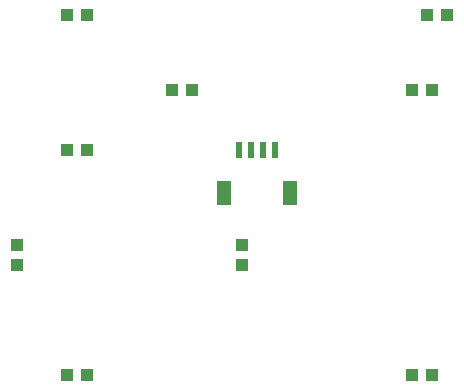
<source format=gbr>
G04 EAGLE Gerber RS-274X export*
G75*
%MOMM*%
%FSLAX34Y34*%
%LPD*%
%INSolderpaste Top*%
%IPPOS*%
%AMOC8*
5,1,8,0,0,1.08239X$1,22.5*%
G01*
%ADD10R,1.100000X1.000000*%
%ADD11R,1.000000X1.100000*%
%ADD12R,1.200000X2.000000*%
%ADD13R,0.600000X1.350000*%


D10*
X143900Y88900D03*
X160900Y88900D03*
D11*
X101600Y182000D03*
X101600Y199000D03*
D10*
X436000Y88900D03*
X453000Y88900D03*
D12*
X276800Y242650D03*
X332800Y242650D03*
D13*
X289800Y279400D03*
X299800Y279400D03*
X309800Y279400D03*
X319800Y279400D03*
D10*
X436000Y330200D03*
X453000Y330200D03*
X232800Y330200D03*
X249800Y330200D03*
X160900Y279400D03*
X143900Y279400D03*
D11*
X292100Y182000D03*
X292100Y199000D03*
D10*
X465700Y393700D03*
X448700Y393700D03*
X143900Y393700D03*
X160900Y393700D03*
M02*

</source>
